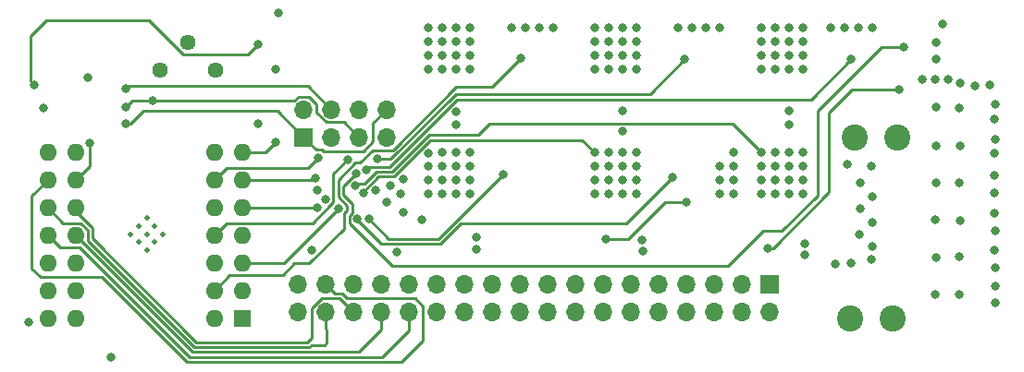
<source format=gbr>
%TF.GenerationSoftware,KiCad,Pcbnew,6.0.11*%
%TF.CreationDate,2025-01-17T14:03:23+01:00*%
%TF.ProjectId,MP6532_board_28-QFN,4d503635-3332-45f6-926f-6172645f3238,rev?*%
%TF.SameCoordinates,Original*%
%TF.FileFunction,Copper,L2,Inr*%
%TF.FilePolarity,Positive*%
%FSLAX46Y46*%
G04 Gerber Fmt 4.6, Leading zero omitted, Abs format (unit mm)*
G04 Created by KiCad (PCBNEW 6.0.11) date 2025-01-17 14:03:23*
%MOMM*%
%LPD*%
G01*
G04 APERTURE LIST*
%TA.AperFunction,ComponentPad*%
%ADD10R,1.600000X1.600000*%
%TD*%
%TA.AperFunction,ComponentPad*%
%ADD11O,1.600000X1.600000*%
%TD*%
%TA.AperFunction,ComponentPad*%
%ADD12C,2.400000*%
%TD*%
%TA.AperFunction,ComponentPad*%
%ADD13C,1.440000*%
%TD*%
%TA.AperFunction,ComponentPad*%
%ADD14C,0.500000*%
%TD*%
%TA.AperFunction,ComponentPad*%
%ADD15R,1.700000X1.700000*%
%TD*%
%TA.AperFunction,ComponentPad*%
%ADD16O,1.700000X1.700000*%
%TD*%
%TA.AperFunction,ViaPad*%
%ADD17C,0.800000*%
%TD*%
%TA.AperFunction,Conductor*%
%ADD18C,0.250000*%
%TD*%
G04 APERTURE END LIST*
D10*
%TO.N,/VREG*%
%TO.C,U2*%
X57912000Y-71120000D03*
D11*
%TO.N,/BSTA*%
X55372000Y-71120000D03*
%TO.N,HAS*%
X57912000Y-68580000D03*
%TO.N,/GHA*%
X55372000Y-68580000D03*
%TO.N,/GLA*%
X57912000Y-66040000D03*
%TO.N,/BSTB*%
X55372000Y-66040000D03*
%TO.N,HBS*%
X57912000Y-63500000D03*
%TO.N,/GHB*%
X55372000Y-63500000D03*
%TO.N,/GLB*%
X57912000Y-60960000D03*
%TO.N,/BSTC*%
X55372000Y-60960000D03*
%TO.N,HCS*%
X57912000Y-58420000D03*
%TO.N,/GHC*%
X55372000Y-58420000D03*
%TO.N,/GLC*%
X57912000Y-55880000D03*
%TO.N,LSS*%
X55372000Y-55880000D03*
%TO.N,Net-(C9-Pad1)*%
X42672000Y-55880000D03*
%TO.N,Net-(C8-Pad1)*%
X40132000Y-55880000D03*
%TO.N,Net-(C7-Pad1)*%
X42672000Y-58420000D03*
%TO.N,/nBRAKE*%
X40132000Y-58420000D03*
%TO.N,/PWM*%
X42672000Y-60960000D03*
%TO.N,/DIR*%
X40132000Y-60960000D03*
%TO.N,/nFAULT*%
X42672000Y-63500000D03*
%TO.N,/nSLEEP*%
X40132000Y-63500000D03*
%TO.N,/OCREF*%
X42672000Y-66040000D03*
%TO.N,/DT*%
X40132000Y-66040000D03*
%TO.N,GND*%
X42672000Y-68580000D03*
%TO.N,VIN*%
X40132000Y-68580000D03*
%TO.N,/CPA*%
X42672000Y-71120000D03*
%TO.N,/CPB*%
X40132000Y-71120000D03*
%TD*%
D12*
%TO.N,LSS*%
%TO.C,H2*%
X117860000Y-54560000D03*
%TD*%
D13*
%TO.N,GND*%
%TO.C,RV1*%
X55499000Y-48387000D03*
%TO.N,/OCREF*%
X52959000Y-45847000D03*
%TO.N,Net-(R7-Pad1)*%
X50419000Y-48387000D03*
%TD*%
D14*
%TO.N,GND*%
%TO.C,U1*%
X49942462Y-62657538D03*
X49200000Y-63400000D03*
X49942462Y-64142462D03*
X50684924Y-63400000D03*
X48457538Y-62657538D03*
X49200000Y-64884924D03*
X49200000Y-61915076D03*
X48457538Y-64142462D03*
X47715076Y-63400000D03*
%TD*%
D12*
%TO.N,GND*%
%TO.C,H5*%
X113538000Y-71125000D03*
%TD*%
D15*
%TO.N,/HA*%
%TO.C,J1*%
X63560000Y-54500000D03*
D16*
%TO.N,HAIN*%
X63560000Y-51960000D03*
%TO.N,HBIN*%
X66100000Y-54500000D03*
%TO.N,/HB*%
X66100000Y-51960000D03*
%TO.N,/HC*%
X68640000Y-54500000D03*
%TO.N,HCIN*%
X68640000Y-51960000D03*
%TO.N,HAIN*%
X71180000Y-54500000D03*
%TO.N,/HA*%
X71180000Y-51960000D03*
%TD*%
D12*
%TO.N,LSS*%
%TO.C,H1*%
X113970000Y-54570000D03*
%TD*%
D15*
%TO.N,GND*%
%TO.C,J2*%
X106235000Y-68030000D03*
D16*
X106235000Y-70570000D03*
X103695000Y-68030000D03*
X103695000Y-70570000D03*
%TO.N,Net-(J2-Pad5)*%
X101155000Y-68030000D03*
%TO.N,GND*%
X101155000Y-70570000D03*
%TO.N,HCS*%
X98615000Y-68030000D03*
X98615000Y-70570000D03*
X96075000Y-68030000D03*
X96075000Y-70570000D03*
%TO.N,HBS*%
X93535000Y-68030000D03*
X93535000Y-70570000D03*
X90995000Y-68030000D03*
X90995000Y-70570000D03*
%TO.N,VIN*%
X88455000Y-68030000D03*
X88455000Y-70570000D03*
X85915000Y-68030000D03*
X85915000Y-70570000D03*
X83375000Y-68030000D03*
X83375000Y-70570000D03*
%TO.N,HAS*%
X80835000Y-68030000D03*
X80835000Y-70570000D03*
X78295000Y-68030000D03*
X78295000Y-70570000D03*
%TO.N,GND*%
X75755000Y-68030000D03*
X75755000Y-70570000D03*
%TO.N,HCIN*%
X73215000Y-68030000D03*
%TO.N,/nSLEEP*%
X73215000Y-70570000D03*
%TO.N,HBIN*%
X70675000Y-68030000D03*
%TO.N,/nFAULT*%
X70675000Y-70570000D03*
%TO.N,HAIN*%
X68135000Y-68030000D03*
%TO.N,/PWM*%
X68135000Y-70570000D03*
%TO.N,/nBRAKE*%
X65595000Y-68030000D03*
%TO.N,/DIR*%
X65595000Y-70570000D03*
%TO.N,5V*%
X63055000Y-68030000D03*
X63055000Y-70570000D03*
%TD*%
D12*
%TO.N,GND*%
%TO.C,H6*%
X117478000Y-71125000D03*
%TD*%
D17*
%TO.N,LSS*%
X115500000Y-65700000D03*
X115600000Y-64500000D03*
%TO.N,GND*%
X43770000Y-49000000D03*
%TO.N,/HC*%
X49780000Y-51140000D03*
%TO.N,HAS*%
X77547989Y-52147989D03*
X72710000Y-61410000D03*
X71460000Y-58980000D03*
X75008680Y-55958680D03*
X77470000Y-57150000D03*
X76200000Y-59690000D03*
X65533884Y-60203063D03*
X74930000Y-59690000D03*
X78740000Y-58420000D03*
X74930000Y-58420000D03*
X77470000Y-59690000D03*
X76200000Y-57150000D03*
X78740000Y-59690000D03*
X70178176Y-59382112D03*
X78740000Y-57150000D03*
X77470000Y-58420000D03*
X77470000Y-55880000D03*
X76200000Y-55880000D03*
X72690000Y-58340000D03*
X74340000Y-62110000D03*
X77470000Y-53340000D03*
X71190000Y-60430000D03*
X72390000Y-59690000D03*
X76200000Y-58420000D03*
X78740000Y-55880000D03*
X74930000Y-57150000D03*
%TO.N,GND*%
X121390000Y-62090000D03*
X121440000Y-55290000D03*
X72070000Y-65040000D03*
X121420000Y-65510000D03*
X39780000Y-51830000D03*
X121330000Y-68900000D03*
X64285000Y-64860002D03*
X121470000Y-58700000D03*
X123530000Y-68900000D03*
X45900000Y-74700000D03*
X123590000Y-51820000D03*
X123530000Y-65480000D03*
X123570000Y-58700000D03*
X123620000Y-62150000D03*
X123610000Y-55320000D03*
X121470000Y-51750000D03*
%TO.N,LSS*%
X115600000Y-60000000D03*
X109460000Y-65260000D03*
X94550000Y-63960000D03*
X115500000Y-57200000D03*
X79355000Y-64755000D03*
X113660000Y-66080000D03*
X114500000Y-61100000D03*
X114400000Y-63400000D03*
X113300000Y-57000000D03*
X94580000Y-64980000D03*
X114500000Y-58700000D03*
X115600000Y-62300000D03*
X79370000Y-63660000D03*
X112180000Y-66120000D03*
X109460000Y-64240000D03*
%TO.N,VIN*%
X97790000Y-44450000D03*
X92710000Y-48260000D03*
X109220000Y-48260000D03*
X106680000Y-44450000D03*
X126850000Y-63080000D03*
X120200000Y-49200000D03*
X91440000Y-45720000D03*
X76200000Y-46990000D03*
X91440000Y-48260000D03*
X93980000Y-44450000D03*
X77470000Y-48260000D03*
X93980000Y-48260000D03*
X114300000Y-44450000D03*
X78740000Y-44450000D03*
X90170000Y-45720000D03*
X126850000Y-54690000D03*
X107950000Y-45720000D03*
X126850000Y-66520000D03*
X93980000Y-45720000D03*
X106680000Y-45720000D03*
X122030000Y-44160000D03*
X123680000Y-49530000D03*
X126380000Y-49720000D03*
X90170000Y-48260000D03*
X122570000Y-49200000D03*
X86360000Y-44450000D03*
X121460000Y-45810000D03*
X90170000Y-46990000D03*
X121390000Y-49200000D03*
X74930000Y-44450000D03*
X74930000Y-45720000D03*
X78740000Y-45720000D03*
X82550000Y-44450000D03*
X107950000Y-44450000D03*
X111760000Y-44450000D03*
X126820000Y-59580000D03*
X91440000Y-46990000D03*
X74930000Y-48260000D03*
X76200000Y-48260000D03*
X109220000Y-46990000D03*
X74930000Y-46990000D03*
X113030000Y-44450000D03*
X125030000Y-49770000D03*
X105410000Y-44450000D03*
X93980000Y-46990000D03*
X101600000Y-44450000D03*
X78740000Y-46990000D03*
X77470000Y-46990000D03*
X126820000Y-55990000D03*
X126850000Y-69730000D03*
X126790000Y-58010000D03*
X126790000Y-52840000D03*
X126790000Y-61490000D03*
X99060000Y-44450000D03*
X91440000Y-44450000D03*
X83820000Y-44450000D03*
X85090000Y-44450000D03*
X121480000Y-47350000D03*
X105410000Y-48260000D03*
X92710000Y-44450000D03*
X105410000Y-46990000D03*
X92710000Y-46990000D03*
X78740000Y-48260000D03*
X100330000Y-44450000D03*
X106680000Y-48260000D03*
X126850000Y-51530000D03*
X109220000Y-44450000D03*
X77470000Y-45720000D03*
X105410000Y-45720000D03*
X126850000Y-68200000D03*
X106680000Y-46990000D03*
X92710000Y-45720000D03*
X109220000Y-45720000D03*
X77470000Y-44450000D03*
X76200000Y-44450000D03*
X90170000Y-44450000D03*
X107950000Y-46990000D03*
X76200000Y-45720000D03*
X115570000Y-44450000D03*
X107950000Y-48260000D03*
X126820000Y-64900000D03*
%TO.N,Net-(C4-Pad2)*%
X91260000Y-63890000D03*
X98620000Y-60490000D03*
%TO.N,HBS*%
X93980000Y-59690000D03*
X91440000Y-59690000D03*
X91440000Y-55880000D03*
X64840000Y-59340000D03*
X92710000Y-59690000D03*
X93980000Y-58420000D03*
X69024174Y-59614559D03*
X92710000Y-58420000D03*
X93980000Y-55880000D03*
X93980000Y-57150000D03*
X91440000Y-58420000D03*
X90170000Y-57150000D03*
X90170000Y-59690000D03*
X92710000Y-55880000D03*
X92710000Y-53984500D03*
X92710000Y-57150000D03*
X92710000Y-52070000D03*
X90170000Y-58420000D03*
X90170000Y-55880000D03*
X91440000Y-57150000D03*
%TO.N,HCS*%
X101600000Y-59690000D03*
X105410000Y-57150000D03*
X106680000Y-57150000D03*
X101600000Y-58420000D03*
X105410000Y-55880000D03*
X109220000Y-58420000D03*
X109220000Y-55880000D03*
X68291799Y-58934388D03*
X107950000Y-53340000D03*
X102870000Y-59690000D03*
X105410000Y-59690000D03*
X107950000Y-57150000D03*
X101600000Y-57150000D03*
X109220000Y-59690000D03*
X109220000Y-57150000D03*
X106680000Y-58420000D03*
X107950000Y-52070000D03*
X107950000Y-55880000D03*
X102870000Y-55880000D03*
X102870000Y-58420000D03*
X106680000Y-59690000D03*
X107950000Y-59690000D03*
X107950000Y-58420000D03*
X106680000Y-55880000D03*
X102870000Y-57150000D03*
X64600000Y-58300000D03*
X105410000Y-58420000D03*
%TO.N,Net-(C6-Pad2)*%
X118067500Y-50150000D03*
X106060000Y-64660000D03*
%TO.N,Net-(D7-Pad2)*%
X61260000Y-43120000D03*
X61025000Y-48315000D03*
%TO.N,/GHA*%
X83439000Y-47244000D03*
%TO.N,/GLA*%
X69520000Y-62010500D03*
X81788000Y-57912000D03*
X66757477Y-61028667D03*
%TO.N,/GHB*%
X98425000Y-47371000D03*
X67573089Y-56554500D03*
X70300000Y-56500000D03*
%TO.N,/GLB*%
X64780000Y-60960000D03*
X68460000Y-62010500D03*
X97282000Y-58166000D03*
%TO.N,/GHC*%
X113665000Y-47371000D03*
X64919001Y-56378586D03*
X69301665Y-57499855D03*
%TO.N,/GLC*%
X68325214Y-57876374D03*
X60970000Y-54980000D03*
X118491000Y-46228000D03*
%TO.N,/HA*%
X47310000Y-53260000D03*
%TO.N,/HB*%
X47260000Y-50080000D03*
%TO.N,/HC*%
X47280000Y-51750000D03*
%TO.N,/nFAULT*%
X59410000Y-45980000D03*
X38867700Y-49677700D03*
%TO.N,/DT*%
X38400000Y-71440000D03*
%TO.N,5V*%
X59370000Y-53310000D03*
%TO.N,Net-(C7-Pad1)*%
X43940000Y-55020000D03*
%TD*%
D18*
%TO.N,/GHB*%
X66276498Y-57851091D02*
X67573089Y-56554500D01*
%TO.N,/GHA*%
X67285999Y-62883601D02*
X64079600Y-66090000D01*
X64079600Y-66090000D02*
X62720000Y-66090000D01*
X71712250Y-55687750D02*
X69912250Y-55687750D01*
X69912250Y-55687750D02*
X68745402Y-56854598D01*
%TO.N,/HA*%
X69930000Y-53210000D02*
X69930000Y-54900000D01*
%TO.N,/GHA*%
X61645000Y-67165000D02*
X56787000Y-67165000D01*
X66725999Y-58426188D02*
X66725999Y-59970561D01*
X62720000Y-66090000D02*
X61645000Y-67165000D01*
X77489000Y-49911000D02*
X71712250Y-55687750D01*
X83439000Y-47244000D02*
X80772000Y-49911000D01*
X67285999Y-61524213D02*
X67285999Y-62883601D01*
X68297589Y-56854598D02*
X66725999Y-58426188D01*
%TO.N,/HA*%
X71180000Y-51960000D02*
X69930000Y-53210000D01*
%TO.N,/GHA*%
X67537457Y-61272755D02*
X67285999Y-61524213D01*
X66725999Y-59970561D02*
X67537457Y-60782019D01*
%TO.N,/GHB*%
X64419598Y-62375000D02*
X66032977Y-60761621D01*
%TO.N,/HA*%
X69000000Y-55830000D02*
X65394889Y-55830000D01*
%TO.N,/GHA*%
X56787000Y-67165000D02*
X55372000Y-68580000D01*
X80772000Y-49911000D02*
X77489000Y-49911000D01*
%TO.N,/GHB*%
X66276498Y-60485048D02*
X66276498Y-57851091D01*
X66032977Y-60728569D02*
X66276498Y-60485048D01*
X55372000Y-63500000D02*
X56497000Y-62375000D01*
%TO.N,/GHA*%
X68745402Y-56854598D02*
X68297589Y-56854598D01*
%TO.N,/HA*%
X69930000Y-54900000D02*
X69000000Y-55830000D01*
%TO.N,/GHB*%
X66032977Y-60761621D02*
X66032977Y-60728569D01*
X56497000Y-62375000D02*
X64419598Y-62375000D01*
%TO.N,/GHA*%
X67537457Y-60782019D02*
X67537457Y-61272755D01*
%TO.N,/HA*%
X65394889Y-55830000D02*
X65218975Y-55654086D01*
X65218975Y-55654086D02*
X64714086Y-55654086D01*
X64714086Y-55654086D02*
X63560000Y-54500000D01*
%TO.N,/nBRAKE*%
X65595000Y-68030000D02*
X66425499Y-68860499D01*
X66425499Y-68860499D02*
X67061189Y-68860499D01*
X38680000Y-59872000D02*
X40132000Y-58420000D01*
X67061189Y-68860499D02*
X67500690Y-69300000D01*
X67500690Y-69300000D02*
X73750000Y-69300000D01*
X73750000Y-69300000D02*
X74460000Y-70010000D01*
X74460000Y-70010000D02*
X74460000Y-73170000D01*
X38680000Y-66570000D02*
X38680000Y-59872000D01*
X74460000Y-73170000D02*
X72520996Y-75109004D01*
X72520996Y-75109004D02*
X52849004Y-75109004D01*
X52849004Y-75109004D02*
X45100000Y-67360000D01*
X39470000Y-67360000D02*
X38680000Y-66570000D01*
X45100000Y-67360000D02*
X39470000Y-67360000D01*
%TO.N,/PWM*%
X42672000Y-60960000D02*
X42672000Y-61273319D01*
X42672000Y-61273319D02*
X44246501Y-62847820D01*
X44246501Y-62847820D02*
X44246501Y-63802415D01*
X44246501Y-63802415D02*
X53755086Y-73311000D01*
X64330000Y-70173299D02*
X65193299Y-69310000D01*
X66875000Y-69310000D02*
X68135000Y-70570000D01*
X53755086Y-73311000D02*
X63899000Y-73311000D01*
X63899000Y-73311000D02*
X64330000Y-72880000D01*
X64330000Y-72880000D02*
X64330000Y-70173299D01*
X65193299Y-69310000D02*
X66875000Y-69310000D01*
%TO.N,/HC*%
X49780000Y-51140000D02*
X47890000Y-51140000D01*
%TO.N,/HA*%
X63560000Y-54500000D02*
X61180000Y-52120000D01*
X48850000Y-52120000D02*
X47710000Y-53260000D01*
X47710000Y-53260000D02*
X47310000Y-53260000D01*
X61180000Y-52120000D02*
X48850000Y-52120000D01*
%TO.N,/HC*%
X68640000Y-54500000D02*
X67275000Y-53135000D01*
X67275000Y-53135000D02*
X65613299Y-53135000D01*
X65613299Y-53135000D02*
X64735000Y-52256701D01*
X64735000Y-52256701D02*
X64735000Y-51473299D01*
X64735000Y-51473299D02*
X64046701Y-50785000D01*
X64046701Y-50785000D02*
X63073299Y-50785000D01*
X63073299Y-50785000D02*
X62718299Y-51140000D01*
X62718299Y-51140000D02*
X49780000Y-51140000D01*
X47890000Y-51140000D02*
X47280000Y-51750000D01*
%TO.N,Net-(C7-Pad1)*%
X43940000Y-57152000D02*
X43940000Y-55020000D01*
X42672000Y-58420000D02*
X43940000Y-57152000D01*
%TO.N,Net-(C4-Pad2)*%
X91260000Y-63890000D02*
X93250000Y-63890000D01*
X93250000Y-63890000D02*
X96650000Y-60490000D01*
X96650000Y-60490000D02*
X98620000Y-60490000D01*
%TO.N,HBS*%
X70412188Y-58123502D02*
X69024174Y-59511516D01*
X69024174Y-59511516D02*
X69024174Y-59614559D01*
X71819258Y-58123502D02*
X70412188Y-58123502D01*
X89060000Y-54770000D02*
X75172760Y-54770000D01*
X75172760Y-54770000D02*
X71819258Y-58123502D01*
X90170000Y-55880000D02*
X89060000Y-54770000D01*
%TO.N,HCS*%
X70225999Y-57674001D02*
X69159156Y-58740844D01*
X105410000Y-55880000D02*
X102790000Y-53260000D01*
X80540000Y-53260000D02*
X79509501Y-54290499D01*
X102790000Y-53260000D02*
X80540000Y-53260000D01*
X75016571Y-54290499D02*
X71633069Y-57674001D01*
X71633069Y-57674001D02*
X70225999Y-57674001D01*
X79509501Y-54290499D02*
X75016571Y-54290499D01*
X68485343Y-58740844D02*
X68291799Y-58934388D01*
X57912000Y-58420000D02*
X64480000Y-58420000D01*
X64480000Y-58420000D02*
X64600000Y-58300000D01*
X69159156Y-58740844D02*
X68485343Y-58740844D01*
%TO.N,Net-(C6-Pad2)*%
X111640000Y-59530000D02*
X111640000Y-52260000D01*
X113750000Y-50150000D02*
X118067500Y-50150000D01*
X111640000Y-52260000D02*
X113750000Y-50150000D01*
X106510000Y-64660000D02*
X111640000Y-59530000D01*
X106060000Y-64660000D02*
X106510000Y-64660000D01*
%TO.N,/GLA*%
X61746144Y-66040000D02*
X66757477Y-61028667D01*
X57912000Y-66040000D02*
X61746144Y-66040000D01*
X81788000Y-57912000D02*
X75869002Y-63830998D01*
X71340498Y-63830998D02*
X69520000Y-62010500D01*
X75869002Y-63830998D02*
X71340498Y-63830998D01*
%TO.N,/GHB*%
X77489690Y-50546000D02*
X71535690Y-56500000D01*
X71535690Y-56500000D02*
X70300000Y-56500000D01*
X98425000Y-47371000D02*
X95250000Y-50546000D01*
X95250000Y-50546000D02*
X77489690Y-50546000D01*
%TO.N,/GLB*%
X70679999Y-64280499D02*
X68460000Y-62060500D01*
X77935690Y-62400000D02*
X76055191Y-64280499D01*
X57912000Y-60960000D02*
X64780000Y-60960000D01*
X76055191Y-64280499D02*
X70679999Y-64280499D01*
X93048000Y-62400000D02*
X77935690Y-62400000D01*
X97282000Y-58166000D02*
X93048000Y-62400000D01*
X68460000Y-62060500D02*
X68460000Y-62010500D01*
%TO.N,/GHC*%
X56497000Y-57295000D02*
X64002587Y-57295000D01*
X55372000Y-58420000D02*
X56497000Y-57295000D01*
X69577020Y-57224500D02*
X69301665Y-57499855D01*
X64002587Y-57295000D02*
X64919001Y-56378586D01*
X113665000Y-47371000D02*
X109982000Y-51054000D01*
X109982000Y-51054000D02*
X77617380Y-51054000D01*
X77617380Y-51054000D02*
X71446880Y-57224500D01*
X71446880Y-57224500D02*
X69577020Y-57224500D01*
%TO.N,/GLC*%
X110610000Y-59850000D02*
X107330000Y-63130000D01*
X105580000Y-63130000D02*
X102430000Y-66280000D01*
X116459000Y-46228000D02*
X110610000Y-52077000D01*
X57912000Y-55880000D02*
X60070000Y-55880000D01*
X60070000Y-55880000D02*
X60970000Y-54980000D01*
X67175500Y-59026088D02*
X68325214Y-57876374D01*
X67735500Y-62380098D02*
X67735500Y-61710402D01*
X71635402Y-66280000D02*
X67735500Y-62380098D01*
X118491000Y-46228000D02*
X116459000Y-46228000D01*
X67175500Y-59784372D02*
X67175500Y-59026088D01*
X67986958Y-60595830D02*
X67175500Y-59784372D01*
X102430000Y-66280000D02*
X71635402Y-66280000D01*
X110610000Y-52077000D02*
X110610000Y-59850000D01*
X67986958Y-61458944D02*
X67986958Y-60595830D01*
X67735500Y-61710402D02*
X67986958Y-61458944D01*
X107330000Y-63130000D02*
X105580000Y-63130000D01*
%TO.N,/HB*%
X47550000Y-49790000D02*
X47260000Y-50080000D01*
X48960000Y-49830000D02*
X48920000Y-49790000D01*
X63970000Y-49830000D02*
X48960000Y-49830000D01*
X66100000Y-51960000D02*
X63970000Y-49830000D01*
X48920000Y-49790000D02*
X47550000Y-49790000D01*
%TO.N,/DIR*%
X64085189Y-73760501D02*
X53568897Y-73760501D01*
X65445584Y-73551497D02*
X64294193Y-73551497D01*
X65595000Y-72072000D02*
X65595000Y-70570000D01*
X65659000Y-72136000D02*
X65595000Y-72072000D01*
X64294193Y-73551497D02*
X64085189Y-73760501D01*
X65659000Y-72136000D02*
X65659000Y-73338081D01*
X43137991Y-62375000D02*
X41547000Y-62375000D01*
X53568897Y-73760501D02*
X43797000Y-63988604D01*
X43797000Y-63034009D02*
X43137991Y-62375000D01*
X65659000Y-73338081D02*
X65445584Y-73551497D01*
X43797000Y-63988604D02*
X43797000Y-63034009D01*
X41547000Y-62375000D02*
X40132000Y-60960000D01*
%TO.N,/nFAULT*%
X42672000Y-63500000D02*
X53382002Y-74210002D01*
X53382002Y-74210002D02*
X68629998Y-74210002D01*
X58497501Y-46892499D02*
X52526645Y-46892499D01*
X49384146Y-43750000D02*
X40040000Y-43750000D01*
X38520000Y-49330000D02*
X38867700Y-49677700D01*
X38520000Y-45270000D02*
X38520000Y-49330000D01*
X52526645Y-46892499D02*
X49384146Y-43750000D01*
X70675000Y-72165000D02*
X70675000Y-70570000D01*
X40040000Y-43750000D02*
X38520000Y-45270000D01*
X59410000Y-45980000D02*
X58497501Y-46892499D01*
X68629998Y-74210002D02*
X70675000Y-72165000D01*
%TO.N,/nSLEEP*%
X73215000Y-72200000D02*
X73215000Y-70570000D01*
X41257000Y-64625000D02*
X43085000Y-64625000D01*
X40132000Y-63500000D02*
X41257000Y-64625000D01*
X53119503Y-74659503D02*
X70755497Y-74659503D01*
X43085000Y-64625000D02*
X53119503Y-74659503D01*
X70755497Y-74659503D02*
X73215000Y-72200000D01*
%TD*%
M02*

</source>
